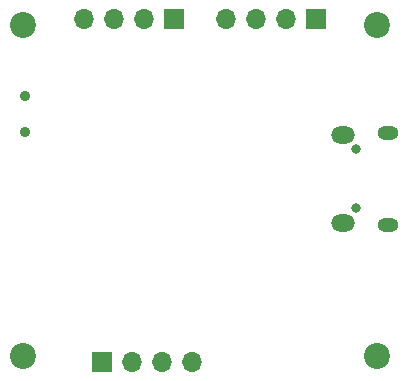
<source format=gbr>
%TF.GenerationSoftware,KiCad,Pcbnew,8.0.3*%
%TF.CreationDate,2024-07-09T00:13:46+05:30*%
%TF.ProjectId,STM32 PCB DESIGN,53544d33-3220-4504-9342-204445534947,rev?*%
%TF.SameCoordinates,Original*%
%TF.FileFunction,Soldermask,Bot*%
%TF.FilePolarity,Negative*%
%FSLAX46Y46*%
G04 Gerber Fmt 4.6, Leading zero omitted, Abs format (unit mm)*
G04 Created by KiCad (PCBNEW 8.0.3) date 2024-07-09 00:13:46*
%MOMM*%
%LPD*%
G01*
G04 APERTURE LIST*
%ADD10R,1.700000X1.700000*%
%ADD11O,1.700000X1.700000*%
%ADD12C,2.200000*%
%ADD13O,0.800000X0.800000*%
%ADD14O,1.800000X1.150000*%
%ADD15O,2.000000X1.450000*%
%ADD16C,0.900000*%
G04 APERTURE END LIST*
D10*
%TO.C,J4*%
X111700000Y-68000000D03*
D11*
X114240000Y-68000000D03*
X116780000Y-68000000D03*
X119320000Y-68000000D03*
%TD*%
D12*
%TO.C,H3*%
X135000000Y-39500000D03*
%TD*%
%TO.C,H1*%
X135000000Y-67500000D03*
%TD*%
%TO.C,H4*%
X105000000Y-39500000D03*
%TD*%
%TO.C,H2*%
X105000000Y-67500000D03*
%TD*%
D13*
%TO.C,J1*%
X133200000Y-55005000D03*
X133200000Y-50005000D03*
D14*
X135950000Y-56380000D03*
D15*
X132150000Y-56230000D03*
X132150000Y-48780000D03*
D14*
X135950000Y-48630000D03*
%TD*%
D10*
%TO.C,J3*%
X117800000Y-39000000D03*
D11*
X115260000Y-39000000D03*
X112720000Y-39000000D03*
X110180000Y-39000000D03*
%TD*%
D16*
%TO.C,SW1*%
X105170000Y-45500000D03*
X105170000Y-48500000D03*
%TD*%
D10*
%TO.C,J2*%
X129800000Y-39000000D03*
D11*
X127260000Y-39000000D03*
X124720000Y-39000000D03*
X122180000Y-39000000D03*
%TD*%
M02*

</source>
